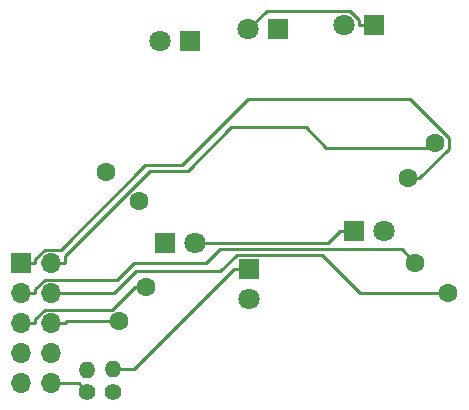
<source format=gbr>
%TF.GenerationSoftware,KiCad,Pcbnew,7.0.9*%
%TF.CreationDate,2024-01-20T08:14:18+10:00*%
%TF.ProjectId,DUAL NEEDLE-V03,4455414c-204e-4454-9544-4c452d563033,rev?*%
%TF.SameCoordinates,Original*%
%TF.FileFunction,Copper,L1,Top*%
%TF.FilePolarity,Positive*%
%FSLAX46Y46*%
G04 Gerber Fmt 4.6, Leading zero omitted, Abs format (unit mm)*
G04 Created by KiCad (PCBNEW 7.0.9) date 2024-01-20 08:14:18*
%MOMM*%
%LPD*%
G01*
G04 APERTURE LIST*
%TA.AperFunction,ComponentPad*%
%ADD10C,1.400000*%
%TD*%
%TA.AperFunction,ComponentPad*%
%ADD11O,1.400000X1.400000*%
%TD*%
%TA.AperFunction,ComponentPad*%
%ADD12R,1.700000X1.700000*%
%TD*%
%TA.AperFunction,ComponentPad*%
%ADD13O,1.700000X1.700000*%
%TD*%
%TA.AperFunction,ComponentPad*%
%ADD14R,1.800000X1.800000*%
%TD*%
%TA.AperFunction,ComponentPad*%
%ADD15C,1.800000*%
%TD*%
%TA.AperFunction,ComponentPad*%
%ADD16C,1.600000*%
%TD*%
%TA.AperFunction,Conductor*%
%ADD17C,0.250000*%
%TD*%
G04 APERTURE END LIST*
D10*
%TO.P,R1,1*%
%TO.N,/LED-12V*%
X127650000Y-104955000D03*
D11*
%TO.P,R1,2*%
%TO.N,Net-(D1-Pad1)*%
X127650000Y-103055000D03*
%TD*%
D10*
%TO.P,R2,1*%
%TO.N,unconnected-(R2-Pad1)*%
X129850000Y-104950000D03*
D11*
%TO.P,R2,2*%
%TO.N,Net-(D4-Pad1)*%
X129850000Y-103050000D03*
%TD*%
D12*
%TO.P,J1,1,Pin_1*%
%TO.N,/STEPPER-1-1*%
X122050000Y-94070000D03*
D13*
%TO.P,J1,2,Pin_2*%
%TO.N,/STEPPER-2-1*%
X124590000Y-94070000D03*
%TO.P,J1,3,Pin_3*%
%TO.N,/STEPPER-1-2*%
X122050000Y-96610000D03*
%TO.P,J1,4,Pin_4*%
%TO.N,/STEPPER-2-2*%
X124590000Y-96610000D03*
%TO.P,J1,5,Pin_5*%
%TO.N,/STEPPER-1-3*%
X122050000Y-99150000D03*
%TO.P,J1,6,Pin_6*%
%TO.N,/STEPPER-2-3*%
X124590000Y-99150000D03*
%TO.P,J1,7,Pin_7*%
%TO.N,/STEPPER-1-4*%
X122050000Y-101690000D03*
%TO.P,J1,8,Pin_8*%
%TO.N,/STEPPER-2-4*%
X124590000Y-101690000D03*
%TO.P,J1,9,Pin_9*%
%TO.N,/LED+12V*%
X122050000Y-104230000D03*
%TO.P,J1,10,Pin_10*%
%TO.N,/LED-12V*%
X124590000Y-104230000D03*
%TD*%
D14*
%TO.P,D5,1,K*%
%TO.N,Net-(D4-Pad2)*%
X134200000Y-92350000D03*
D15*
%TO.P,D5,2,A*%
%TO.N,Net-(D5-Pad2)*%
X136740000Y-92350000D03*
%TD*%
D14*
%TO.P,D4,1,K*%
%TO.N,Net-(D4-Pad1)*%
X141325000Y-94550000D03*
D15*
%TO.P,D4,2,A*%
%TO.N,Net-(D4-Pad2)*%
X141325000Y-97090000D03*
%TD*%
D14*
%TO.P,D6,1,K*%
%TO.N,Net-(D5-Pad2)*%
X150250000Y-91350000D03*
D15*
%TO.P,D6,2,A*%
%TO.N,/LED+12V*%
X152790000Y-91350000D03*
%TD*%
D14*
%TO.P,D3,1,K*%
%TO.N,Net-(D2-Pad2)*%
X136300000Y-75250000D03*
D15*
%TO.P,D3,2,A*%
%TO.N,/LED+12V*%
X133760000Y-75250000D03*
%TD*%
D14*
%TO.P,D2,1,K*%
%TO.N,Net-(D1-Pad2)*%
X151900000Y-73914000D03*
D15*
%TO.P,D2,2,A*%
%TO.N,Net-(D2-Pad2)*%
X149360000Y-73914000D03*
%TD*%
D16*
%TO.P,U1,1*%
%TO.N,/STEPPER-1-1*%
X154793030Y-86814823D03*
%TO.P,U1,2*%
%TO.N,/STEPPER-1-2*%
X155425781Y-94047197D03*
%TO.P,U1,3*%
%TO.N,/STEPPER-1-3*%
X132652770Y-96039577D03*
%TO.P,U1,4*%
%TO.N,/STEPPER-1-4*%
X132020019Y-88807203D03*
%TO.P,U1,5*%
%TO.N,/STEPPER-2-1*%
X157085429Y-83873836D03*
%TO.P,U1,6*%
%TO.N,/STEPPER-2-2*%
X158223936Y-96542818D03*
%TO.P,U1,7*%
%TO.N,/STEPPER-2-3*%
X130330485Y-98983179D03*
%TO.P,U1,8*%
%TO.N,/STEPPER-2-4*%
X129221864Y-86311582D03*
%TD*%
D14*
%TO.P,D1,1,K*%
%TO.N,Net-(D1-Pad1)*%
X143800000Y-74250000D03*
D15*
%TO.P,D1,2,A*%
%TO.N,Net-(D1-Pad2)*%
X141260000Y-74250000D03*
%TD*%
D17*
%TO.N,Net-(D5-Pad2)*%
X148024700Y-92350000D02*
X136740000Y-92350000D01*
X149024700Y-91350000D02*
X148024700Y-92350000D01*
X150250000Y-91350000D02*
X149024700Y-91350000D01*
%TO.N,Net-(D4-Pad1)*%
X131599700Y-103050000D02*
X140099700Y-94550000D01*
X129850000Y-103050000D02*
X131599700Y-103050000D01*
X141325000Y-94550000D02*
X140099700Y-94550000D01*
%TO.N,/STEPPER-2-3*%
X125932100Y-98983200D02*
X125765300Y-99150000D01*
X130330500Y-98983200D02*
X125932100Y-98983200D01*
X124590000Y-99150000D02*
X125765300Y-99150000D01*
%TO.N,/STEPPER-1-3*%
X123225300Y-98782600D02*
X123225300Y-99150000D01*
X124033200Y-97974700D02*
X123225300Y-98782600D01*
X129747500Y-97974700D02*
X124033200Y-97974700D01*
X131682600Y-96039600D02*
X129747500Y-97974700D01*
X132652800Y-96039600D02*
X131682600Y-96039600D01*
X122050000Y-99150000D02*
X123225300Y-99150000D01*
%TO.N,/STEPPER-2-2*%
X129888200Y-96610000D02*
X124590000Y-96610000D01*
X131752700Y-94745500D02*
X129888200Y-96610000D01*
X138869400Y-94745500D02*
X131752700Y-94745500D01*
X140290200Y-93324700D02*
X138869400Y-94745500D01*
X147536600Y-93324700D02*
X140290200Y-93324700D01*
X150754700Y-96542800D02*
X147536600Y-93324700D01*
X158223900Y-96542800D02*
X150754700Y-96542800D01*
%TO.N,/STEPPER-2-1*%
X124590000Y-94070000D02*
X125765300Y-94070000D01*
X156637700Y-84321500D02*
X157085400Y-83873800D01*
X147884000Y-84321500D02*
X156637700Y-84321500D01*
X146122400Y-82559900D02*
X147884000Y-84321500D01*
X139830900Y-82559900D02*
X146122400Y-82559900D01*
X136161400Y-86229400D02*
X139830900Y-82559900D01*
X132944800Y-86229400D02*
X136161400Y-86229400D01*
X125765300Y-93408900D02*
X132944800Y-86229400D01*
X125765300Y-94070000D02*
X125765300Y-93408900D01*
%TO.N,/STEPPER-1-2*%
X122050000Y-96610000D02*
X123225300Y-96610000D01*
X123225300Y-96242600D02*
X123225300Y-96610000D01*
X124033200Y-95434700D02*
X123225300Y-96242600D01*
X130201300Y-95434700D02*
X124033200Y-95434700D01*
X131565900Y-94070100D02*
X130201300Y-95434700D01*
X137696700Y-94070100D02*
X131565900Y-94070100D01*
X138892400Y-92874400D02*
X137696700Y-94070100D01*
X154253000Y-92874400D02*
X138892400Y-92874400D01*
X155425800Y-94047200D02*
X154253000Y-92874400D01*
%TO.N,/STEPPER-1-1*%
X123225300Y-93702600D02*
X123225300Y-94070000D01*
X124033200Y-92894700D02*
X123225300Y-93702600D01*
X125425400Y-92894700D02*
X124033200Y-92894700D01*
X132541100Y-85779000D02*
X125425400Y-92894700D01*
X135648300Y-85779000D02*
X132541100Y-85779000D01*
X141277800Y-80149500D02*
X135648300Y-85779000D01*
X154957300Y-80149500D02*
X141277800Y-80149500D01*
X158228100Y-83420300D02*
X154957300Y-80149500D01*
X158228100Y-84345300D02*
X158228100Y-83420300D01*
X155758600Y-86814800D02*
X158228100Y-84345300D01*
X154793000Y-86814800D02*
X155758600Y-86814800D01*
X122050000Y-94070000D02*
X123225300Y-94070000D01*
%TO.N,/LED-12V*%
X126925000Y-104230000D02*
X127650000Y-104955000D01*
X124590000Y-104230000D02*
X126925000Y-104230000D01*
%TO.N,Net-(D1-Pad2)*%
X150674700Y-73454400D02*
X150674700Y-73914000D01*
X149909000Y-72688700D02*
X150674700Y-73454400D01*
X142821300Y-72688700D02*
X149909000Y-72688700D01*
X141260000Y-74250000D02*
X142821300Y-72688700D01*
X151900000Y-73914000D02*
X150674700Y-73914000D01*
%TD*%
M02*

</source>
